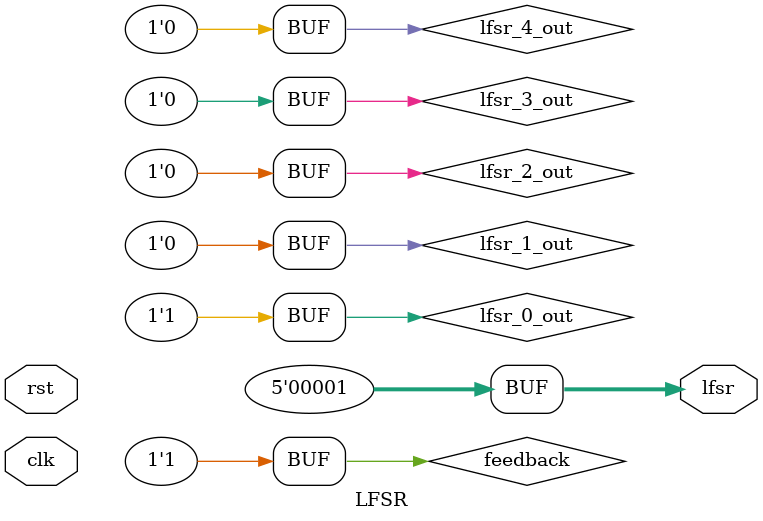
<source format=sv>
module d_ff(
	input clk,
	input in,
	input rst,
	output logic out
	);
	
	
	always_ff @(posedge clk or negedge rst) begin
		if(~rst)
			out <= 1'b0;
		else
			out <= in;
	end
endmodule 

module d_ff2(
	input clk,
	input in,
	input rst,
	output logic out
	);
	
	always_ff @(posedge clk or negedge rst) begin
		if(~rst)
			out <= 1'b1;
		else
			out <= in;
	end
endmodule 

module LFSR(
	input clk,
	input rst,
	output logic [4:0] lfsr
	);
	
	
	logic lfsr_3_out = 1'b0;
	logic lfsr_2_out = 1'b0;
	logic lfsr_1_out = 1'b0;
	logic lfsr_0_out = 1'b1;
	logic lfsr_4_out = 1'b0;
	logic feedback;
	
	assign feedback = lfsr_0_out ^ lfsr_2_out;
	
	assign lfsr = {lfsr_4_out, lfsr_3_out, lfsr_2_out, lfsr_1_out, lfsr_0_out};
	
	
	d_ff lfsr3(
		.clk(clk),
		.in(lfsr_4_out),
		.rst(rst),
		.out(lfsr_3_out)
	);
	
	
	d_ff lfsr2(
		.clk(clk),
		.in(lfsr_3_out),
		.rst(rst),
		.out(lfsr_2_out)
	);
	
	d_ff lfsr1(
		.clk(clk),
		.in(lfsr_2_out),
		.rst(rst),
		.out(lfsr_1_out)
	);
	
	d_ff2 lfsr0(
		.clk(clk),
		.in(lfsr_1_out),
		.rst(rst),
		.out(lfsr_0_out)
	); 
	
	d_ff lfsr4(
		.clk(clk),
		.in(feedback),
		.rst(rst),
		.out(lfsr_4_out)
	); 
	
endmodule

	
</source>
